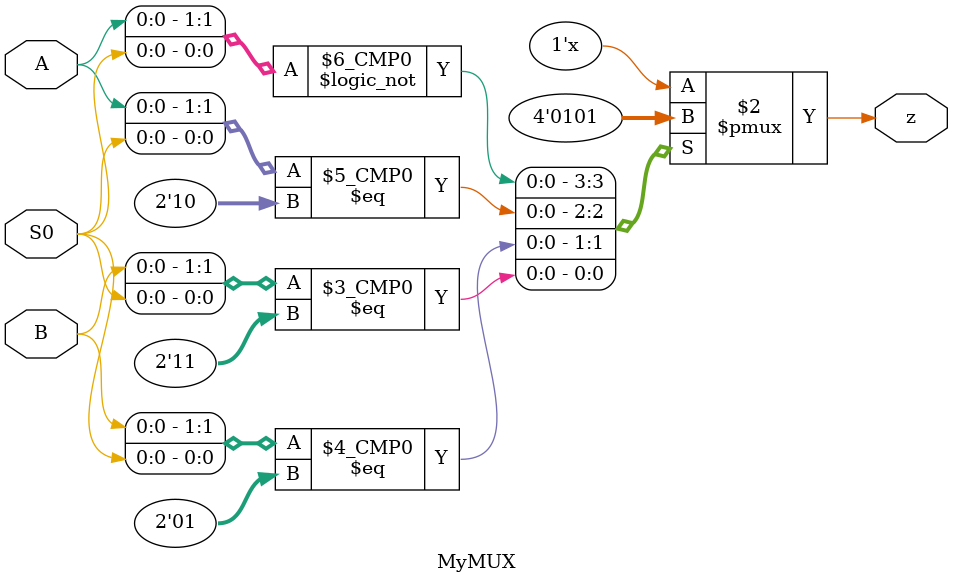
<source format=v>
module MyMUX(input A, input B, input S0, output reg z);
	 always @(*) begin
		  casex({A, B, S0})
				3'b0x0: z = 0;
				3'b1x0: z = 1;
				3'bx01: z = 0;
				3'bx11: z = 1;
			endcase
	  end
endmodule

</source>
